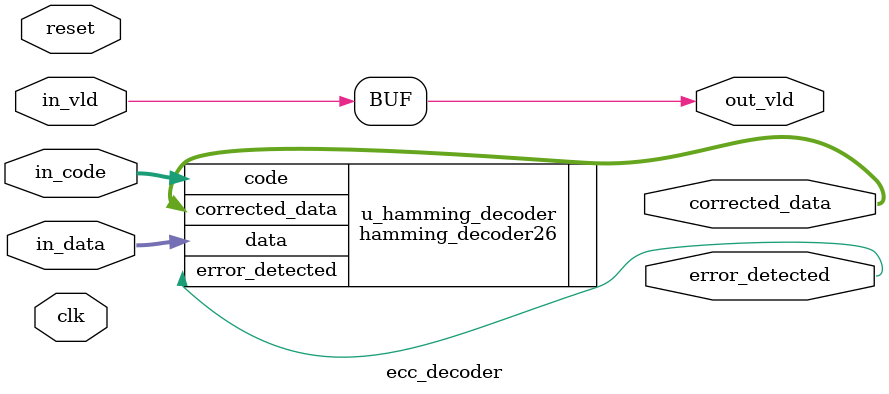
<source format=v>


/***
file: ecc_decoder.v
author: zfy
version: v10
description: ecc decoder  

***/

module ecc_decoder #(
    parameter DATA_W = 32,
    parameter CODE_W = 6
)
(
    input clk,
    input reset,

    input wire [DATA_W-1:0] in_data,
    input wire [CODE_W-1:0] in_code,
    input wire in_vld,

    output wire [DATA_W-1:0] corrected_data,
    output wire error_detected,
    output wire out_vld

);

// declare
    wire [CODE_W-1:0] hamming_code;



//instantiate hamming decoder32
    hamming_decoder26  u_hamming_decoder (
        .data                 ( in_data          ),
        .code                    ( in_code          ),

        .corrected_data          ( corrected_data   ),
        .error_detected          ( error_detected   )
    );



//output
    assign out_vld = in_vld;


endmodule
</source>
